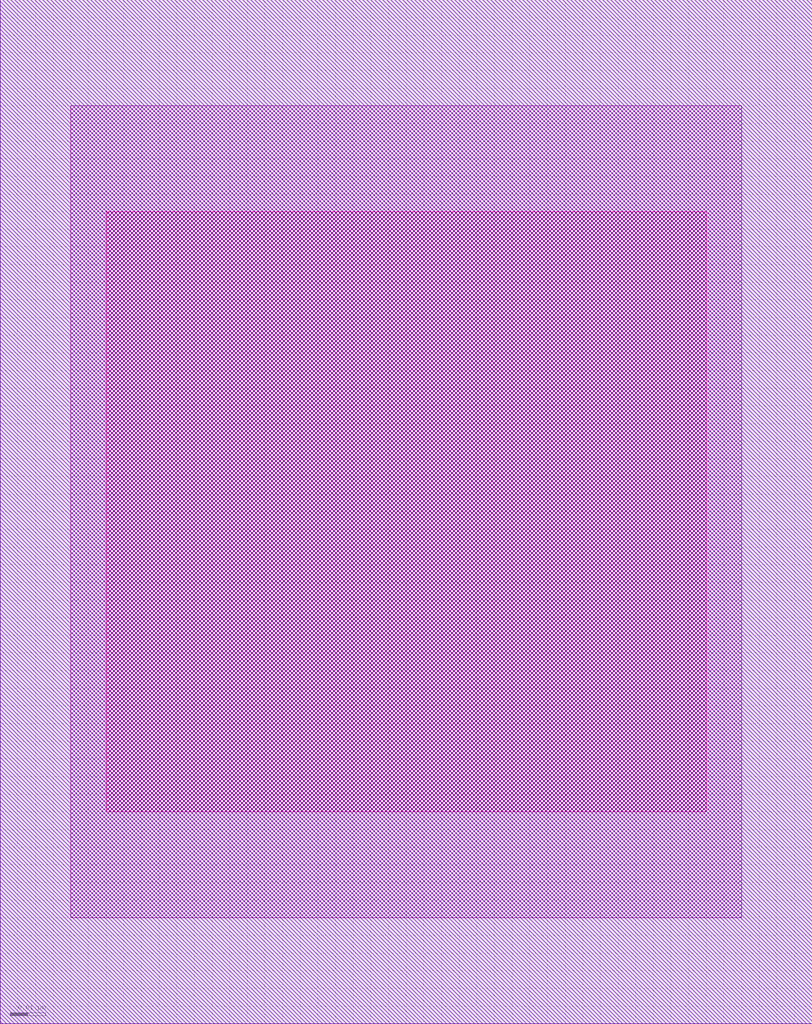
<source format=lef>
VERSION 5.7 ;
  NOWIREEXTENSIONATPIN ON ;
  DIVIDERCHAR "/" ;
  BUSBITCHARS "[]" ;
UNITS
  DATABASE MICRONS 200 ;
END UNITS

LAYER via2
  TYPE CUT ;
END via2

LAYER via
  TYPE CUT ;
END via

LAYER nwell
  TYPE MASTERSLICE ;
END nwell

LAYER via3
  TYPE CUT ;
END via3

LAYER pwell
  TYPE MASTERSLICE ;
END pwell

LAYER via4
  TYPE CUT ;
END via4

LAYER mcon
  TYPE CUT ;
END mcon

LAYER met6
  TYPE ROUTING ;
  WIDTH 0.030000 ;
  SPACING 0.040000 ;
  DIRECTION HORIZONTAL ;
END met6

LAYER met1
  TYPE ROUTING ;
  WIDTH 0.140000 ;
  SPACING 0.140000 ;
  DIRECTION HORIZONTAL ;
END met1

LAYER met3
  TYPE ROUTING ;
  WIDTH 0.300000 ;
  SPACING 0.300000 ;
  DIRECTION HORIZONTAL ;
END met3

LAYER met2
  TYPE ROUTING ;
  WIDTH 0.140000 ;
  SPACING 0.140000 ;
  DIRECTION HORIZONTAL ;
END met2

LAYER met4
  TYPE ROUTING ;
  WIDTH 0.300000 ;
  SPACING 0.300000 ;
  DIRECTION HORIZONTAL ;
END met4

LAYER met5
  TYPE ROUTING ;
  WIDTH 1.600000 ;
  SPACING 1.600000 ;
  DIRECTION HORIZONTAL ;
END met5

LAYER li1
  TYPE ROUTING ;
  WIDTH 0.170000 ;
  SPACING 0.170000 ;
  DIRECTION HORIZONTAL ;
END li1

MACRO sky130_hilas_li2m1
  CLASS BLOCK ;
  FOREIGN sky130_hilas_li2m1 ;
  ORIGIN 0.100 0.080 ;
  SIZE 0.230 BY 0.290 ;
  OBS
      LAYER li1 ;
        RECT -0.080 -0.050 0.110 0.180 ;
      LAYER mcon ;
        RECT -0.070 -0.020 0.100 0.150 ;
      LAYER met1 ;
        RECT -0.100 -0.080 0.130 0.210 ;
  END
END sky130_hilas_li2m1
END LIBRARY


</source>
